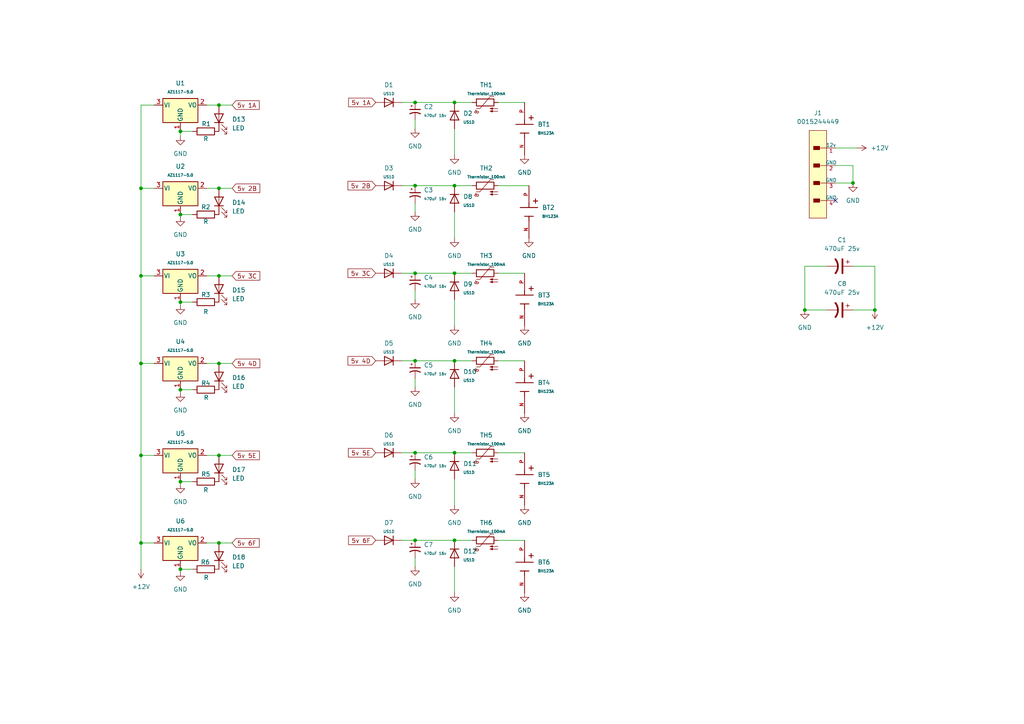
<source format=kicad_sch>
(kicad_sch (version 20211123) (generator eeschema)
  (paper "A4")
  (lib_symbols
    (symbol "Bateria:BH123A" (pin_names (offset 1.016) hide)
      (property "Reference" "BT" (at -3.81 3.81 0))
      (property "Value" "BH123A" (at -3.81 -5.08 0))
      (symbol "BH123A_0_0"
        (polyline (pts (xy -3.81 1.905) (xy -2.54 1.905)) (stroke (width 0.254)))
        (polyline (pts (xy -3.175 2.54) (xy -3.175 1.27)) (stroke (width 0.254)))
        (polyline (pts (xy -1.27 0) (xy -2.54 0)) (stroke (width 0.254)))
        (polyline (pts (xy -1.27 0) (xy -1.27 -2.54)) (stroke (width 0.254)))
        (polyline (pts (xy -1.27 2.54) (xy -1.27 0)) (stroke (width 0.254)))
        (polyline (pts (xy 1.27 0) (xy 1.27 -1.27)) (stroke (width 0.254)))
        (polyline (pts (xy 1.27 0) (xy 2.54 0)) (stroke (width 0.254)))
        (polyline (pts (xy 1.27 1.27) (xy 1.27 0)) (stroke (width 0.254)))
        (pin passive line (at 7.62 0 180) (length 5.08) (name "~") (number "N"))
        (pin passive line (at -7.62 0 0) (length 5.08) (name "~") (number "P"))
      )
    )
    (symbol "Device:C_Polarized_Small_US" (pin_numbers hide) (pin_names (offset 0.254) hide)
      (property "Reference" "C" (at 0.254 1.778 0))
      (property "Value" "C_Polarized_Small_US" (at 0.254 -2.032 0))
      (symbol "C_Polarized_Small_US_0_1"
        (polyline (pts (xy -1.524 0.508) (xy 1.524 0.508)) (stroke (width 0.3048)))
        (polyline (pts (xy -1.27 1.524) (xy -0.762 1.524)))
        (polyline (pts (xy -1.016 1.27) (xy -1.016 1.778)))
        (arc (start 1.524 -0.762) (mid 0 -0.3734) (end -1.524 -0.762) (stroke (width 0.3048)))
      )
      (symbol "C_Polarized_Small_US_1_1"
        (pin passive line (at 0 2.54 270) (length 2.032) (name "~") (number "1"))
        (pin passive line (at 0 -2.54 90) (length 2.032) (name "~") (number "2"))
      )
    )
    (symbol "Device:C_Polarized_US" (pin_numbers hide) (pin_names (offset 0.254) hide)
      (property "Reference" "C" (at 0.635 2.54 0))
      (property "Value" "C_Polarized_US" (at 0.635 -2.54 0))
      (symbol "C_Polarized_US_0_1"
        (polyline (pts (xy -2.032 0.762) (xy 2.032 0.762)) (stroke (width 0.508)))
        (polyline (pts (xy -1.778 2.286) (xy -0.762 2.286)))
        (polyline (pts (xy -1.27 1.778) (xy -1.27 2.794)))
        (arc (start 2.032 -1.27) (mid 0 -0.5572) (end -2.032 -1.27) (stroke (width 0.508)))
      )
      (symbol "C_Polarized_US_1_1"
        (pin passive line (at 0 3.81 270) (length 2.794) (name "~") (number "1"))
        (pin passive line (at 0 -3.81 90) (length 3.302) (name "~") (number "2"))
      )
    )
    (symbol "Device:LED" (pin_numbers hide) (pin_names (offset 1.016) hide)
      (property "Reference" "D" (at 0 2.54 0))
      (property "Value" "LED" (at 0 -2.54 0))
      (symbol "LED_0_1"
        (polyline (pts (xy -1.27 -1.27) (xy -1.27 1.27)) (stroke (width 0.254)))
        (polyline (pts (xy -1.27 0) (xy 1.27 0)))
        (polyline (pts (xy 1.27 -1.27) (xy 1.27 1.27) (xy -1.27 0) (xy 1.27 -1.27)) (stroke (width 0.254)))
        (polyline (pts (xy -3.048 -0.762) (xy -4.572 -2.286) (xy -3.81 -2.286) (xy -4.572 -2.286) (xy -4.572 -1.524)))
        (polyline (pts (xy -1.778 -0.762) (xy -3.302 -2.286) (xy -2.54 -2.286) (xy -3.302 -2.286) (xy -3.302 -1.524)))
      )
      (symbol "LED_1_1"
        (pin passive line (at -3.81 0 0) (length 2.54) (name "K") (number "1"))
        (pin passive line (at 3.81 0 180) (length 2.54) (name "A") (number "2"))
      )
    )
    (symbol "Device:R" (pin_numbers hide) (pin_names (offset 0))
      (property "Reference" "R" (at 2.032 0 90))
      (property "Value" "R" (at 0 0 90))
      (symbol "R_0_1"
        (rectangle (start -1.016 -2.54) (end 1.016 2.54) (stroke (width 0.254)))
      )
      (symbol "R_1_1"
        (pin passive line (at 0 3.81 270) (length 1.27) (name "~") (number "1"))
        (pin passive line (at 0 -3.81 90) (length 1.27) (name "~") (number "2"))
      )
    )
    (symbol "Device:Thermistor_PTC" (pin_numbers hide) (pin_names (offset 0))
      (property "Reference" "TH" (at -4.064 0 90))
      (property "Value" "Thermistor_PTC" (at 3.048 0 90))
      (symbol "Thermistor_PTC_0_1"
        (arc (start -3.048 2.159) (mid -3.0505 2.3165) (end -3.175 2.413))
        (arc (start -3.048 2.159) (mid -2.9736 1.9794) (end -2.794 1.905))
        (arc (start -3.048 2.794) (mid -2.9736 2.6144) (end -2.794 2.54))
        (arc (start -2.794 1.905) (mid -2.6144 1.9794) (end -2.54 2.159))
        (arc (start -2.794 2.54) (mid -2.434 2.5608) (end -2.159 2.794))
        (arc (start -2.794 3.048) (mid -2.9736 2.9736) (end -3.048 2.794))
        (arc (start -2.54 2.794) (mid -2.6144 2.9736) (end -2.794 3.048))
        (rectangle (start -1.016 2.54) (end 1.016 -2.54) (stroke (width 0.254)))
        (polyline (pts (xy -2.54 2.159) (xy -2.54 2.794)))
        (polyline (pts (xy -1.778 2.54) (xy -1.778 1.524) (xy 1.778 -1.524) (xy 1.778 -2.54)))
        (polyline (pts (xy -2.54 -3.683) (xy -2.54 -1.397) (xy -2.794 -2.159) (xy -2.286 -2.159) (xy -2.54 -1.397) (xy -2.54 -1.651)) (fill (type outline)))
        (polyline (pts (xy -1.778 -3.683) (xy -1.778 -1.397) (xy -2.032 -2.159) (xy -1.524 -2.159) (xy -1.778 -1.397) (xy -1.778 -1.651)) (fill (type outline)))
      )
      (symbol "Thermistor_PTC_1_1"
        (pin passive line (at 0 3.81 270) (length 1.27) (name "~") (number "1"))
        (pin passive line (at 0 -3.81 90) (length 1.27) (name "~") (number "2"))
      )
    )
    (symbol "Diode:US1D" (pin_numbers hide) (pin_names (offset 1.016) hide)
      (property "Reference" "D" (at 0 2.54 0))
      (property "Value" "US1D" (at 0 -2.54 0))
      (symbol "US1D_0_1"
        (polyline (pts (xy -1.27 1.27) (xy -1.27 -1.27)) (stroke (width 0.254)))
        (polyline (pts (xy 1.27 0) (xy -1.27 0)))
        (polyline (pts (xy 1.27 1.27) (xy 1.27 -1.27) (xy -1.27 0) (xy 1.27 1.27)) (stroke (width 0.254)))
      )
      (symbol "US1D_1_1"
        (pin passive line (at -3.81 0 0) (length 2.54) (name "K") (number "1"))
        (pin passive line (at 3.81 0 180) (length 2.54) (name "A") (number "2"))
      )
    )
    (symbol "Molex:0015244449" (pin_names (offset 0))
      (property "Reference" "J" (at 0 7.62 0))
      (property "Value" "0015244449" (at 0 10.16 0))
      (symbol "0015244449_1_1"
        (rectangle (start -7.62 5.08) (end -2.54 -20.32) (fill (type background)))
        (rectangle (start -6.35 -14.732) (end -4.572 -15.748) (fill (type outline)))
        (rectangle (start -6.35 -9.652) (end -4.572 -10.668) (fill (type outline)))
        (rectangle (start -6.35 -4.572) (end -4.572 -5.588) (fill (type outline)))
        (rectangle (start -6.35 0.508) (end -4.572 -0.508) (fill (type outline)))
        (polyline (pts (xy -4.318 -15.24) (xy -2.54 -15.24)))
        (polyline (pts (xy -4.318 -10.16) (xy -2.54 -10.16)))
        (polyline (pts (xy -4.318 -5.08) (xy -2.54 -5.08)))
        (polyline (pts (xy -4.318 0) (xy -2.54 0)))
        (pin bidirectional line (at 0 0 180) (length 2.54) (name "12v") (number "1"))
        (pin bidirectional line (at 0 -5.08 180) (length 2.54) (name "GND") (number "2"))
        (pin bidirectional line (at 0 -10.16 180) (length 2.54) (name "GND") (number "3"))
        (pin bidirectional line (at 0 -15.24 180) (length 2.54) (name "GND") (number "4"))
      )
    )
    (symbol "Regulator_Linear:AZ1117-5.0" (pin_names (offset 0.254))
      (property "Reference" "U" (at -3.81 3.175 0))
      (property "Value" "AZ1117-5.0" (at 0 3.175 0))
      (symbol "AZ1117-5.0_0_1"
        (rectangle (start -5.08 1.905) (end 5.08 -5.08) (stroke (width 0.254)) (fill (type background)))
      )
      (symbol "AZ1117-5.0_1_1"
        (pin power_in line (at 0 -7.62 90) (length 2.54) (name "GND") (number "1"))
        (pin power_out line (at 7.62 0 180) (length 2.54) (name "VO") (number "2"))
        (pin power_in line (at -7.62 0 0) (length 2.54) (name "VI") (number "3"))
      )
    )
    (symbol "power:+12V" (power) (pin_names (offset 0))
      (property "Value" "+12V" (at 0 3.556 0))
      (symbol "+12V_0_1"
        (polyline (pts (xy -0.762 1.27) (xy 0 2.54)))
        (polyline (pts (xy 0 0) (xy 0 2.54)))
        (polyline (pts (xy 0 2.54) (xy 0.762 1.27)))
      )
      (symbol "+12V_1_1"
        (pin power_in line (at 0 0 90) (length 0) hide (name "+12V") (number "1"))
      )
    )
    (symbol "power:GND" (power) (pin_names (offset 0))
      (property "Value" "GND" (at 0 -3.81 0))
      (symbol "GND_0_1"
        (polyline (pts (xy 0 0) (xy 0 -1.27) (xy 1.27 -1.27) (xy 0 -2.54) (xy -1.27 -1.27) (xy 0 -1.27)))
      )
      (symbol "GND_1_1"
        (pin power_in line (at 0 0 270) (length 0) hide (name "GND") (number "1"))
      )
    )
  )
  (junction (at 131.826 156.718))
  (junction (at 131.826 29.718))
  (junction (at 253.746 89.916))
  (junction (at 120.396 29.718))
  (junction (at 52.324 38.1))
  (junction (at 52.324 87.63))
  (junction (at 131.826 131.318))
  (junction (at 40.894 80.01))
  (junction (at 63.5 54.61))
  (junction (at 120.396 104.648))
  (junction (at 52.324 113.03))
  (junction (at 120.396 79.248))
  (junction (at 63.5 132.08))
  (junction (at 131.826 79.248))
  (junction (at 63.5 157.48))
  (junction (at 63.5 30.48))
  (junction (at 40.894 54.61))
  (junction (at 52.324 165.1))
  (junction (at 63.5 105.41))
  (junction (at 131.826 53.848))
  (junction (at 233.426 89.916))
  (junction (at 120.396 156.718))
  (junction (at 131.826 104.648))
  (junction (at 247.396 53.086))
  (junction (at 120.396 53.848))
  (junction (at 40.894 105.41))
  (junction (at 40.894 132.08))
  (junction (at 52.324 139.7))
  (junction (at 63.5 80.01))
  (junction (at 120.396 131.318))
  (junction (at 40.894 157.48))
  (junction (at 52.324 62.23))
  (no_connect (at 242.316 58.166))
  (wire (pts (xy 242.316 53.086) (xy 247.396 53.086)))
  (wire (pts (xy 120.396 29.718) (xy 131.826 29.718)))
  (wire (pts (xy 247.396 48.006) (xy 247.396 53.086)))
  (wire (pts (xy 55.88 139.7) (xy 52.324 139.7)))
  (wire (pts (xy 120.396 136.398) (xy 120.396 138.938)))
  (wire (pts (xy 40.894 30.48) (xy 44.704 30.48)))
  (wire (pts (xy 242.316 42.926) (xy 248.666 42.926)))
  (wire (pts (xy 63.5 157.48) (xy 59.944 157.48)))
  (wire (pts (xy 52.324 87.63) (xy 55.88 87.63)))
  (wire (pts (xy 40.894 105.41) (xy 44.704 105.41)))
  (wire (pts (xy 40.894 54.61) (xy 40.894 30.48)))
  (wire (pts (xy 63.5 105.41) (xy 67.31 105.41)))
  (wire (pts (xy 52.324 165.862) (xy 52.324 165.1)))
  (wire (pts (xy 131.826 44.958) (xy 131.826 37.338)))
  (wire (pts (xy 40.894 80.01) (xy 40.894 54.61)))
  (wire (pts (xy 131.826 156.718) (xy 136.906 156.718)))
  (wire (pts (xy 52.324 38.1) (xy 55.88 38.1)))
  (wire (pts (xy 40.894 54.61) (xy 44.704 54.61)))
  (wire (pts (xy 116.586 104.648) (xy 120.396 104.648)))
  (wire (pts (xy 116.586 156.718) (xy 120.396 156.718)))
  (wire (pts (xy 131.826 104.648) (xy 136.906 104.648)))
  (wire (pts (xy 120.396 34.798) (xy 120.396 37.338)))
  (wire (pts (xy 239.776 77.216) (xy 233.426 77.216)))
  (wire (pts (xy 233.426 89.916) (xy 239.776 89.916)))
  (wire (pts (xy 67.31 54.61) (xy 63.5 54.61)))
  (wire (pts (xy 67.31 80.01) (xy 63.5 80.01)))
  (wire (pts (xy 40.894 157.48) (xy 40.894 165.1)))
  (wire (pts (xy 144.526 104.648) (xy 152.146 104.648)))
  (wire (pts (xy 120.396 156.718) (xy 131.826 156.718)))
  (wire (pts (xy 40.894 132.08) (xy 40.894 105.41)))
  (wire (pts (xy 131.826 94.488) (xy 131.826 86.868)))
  (wire (pts (xy 52.324 39.497) (xy 52.324 38.1)))
  (wire (pts (xy 144.526 156.718) (xy 152.146 156.718)))
  (wire (pts (xy 247.396 89.916) (xy 253.746 89.916)))
  (wire (pts (xy 131.826 79.248) (xy 136.906 79.248)))
  (wire (pts (xy 144.526 29.718) (xy 152.146 29.718)))
  (wire (pts (xy 52.324 139.7) (xy 52.324 140.462)))
  (wire (pts (xy 67.31 30.48) (xy 63.5 30.48)))
  (wire (pts (xy 67.31 157.48) (xy 63.5 157.48)))
  (wire (pts (xy 253.746 89.916) (xy 253.746 77.216)))
  (wire (pts (xy 131.826 69.088) (xy 131.826 61.468)))
  (wire (pts (xy 116.586 131.318) (xy 120.396 131.318)))
  (wire (pts (xy 63.5 54.61) (xy 59.944 54.61)))
  (wire (pts (xy 120.396 79.248) (xy 131.826 79.248)))
  (wire (pts (xy 233.426 77.216) (xy 233.426 89.916)))
  (wire (pts (xy 120.396 53.848) (xy 131.826 53.848)))
  (wire (pts (xy 131.826 119.888) (xy 131.826 112.268)))
  (wire (pts (xy 120.396 84.328) (xy 120.396 86.868)))
  (wire (pts (xy 63.5 132.08) (xy 67.31 132.08)))
  (wire (pts (xy 131.826 171.958) (xy 131.826 164.338)))
  (wire (pts (xy 52.324 62.23) (xy 52.324 62.992)))
  (wire (pts (xy 52.324 165.1) (xy 55.88 165.1)))
  (wire (pts (xy 144.526 79.248) (xy 152.146 79.248)))
  (wire (pts (xy 247.396 77.216) (xy 253.746 77.216)))
  (wire (pts (xy 131.826 53.848) (xy 136.906 53.848)))
  (wire (pts (xy 63.5 30.48) (xy 59.944 30.48)))
  (wire (pts (xy 131.826 131.318) (xy 136.906 131.318)))
  (wire (pts (xy 63.5 105.41) (xy 59.944 105.41)))
  (wire (pts (xy 40.894 132.08) (xy 44.704 132.08)))
  (wire (pts (xy 116.586 29.718) (xy 120.396 29.718)))
  (wire (pts (xy 144.526 53.848) (xy 153.416 53.848)))
  (wire (pts (xy 120.396 104.648) (xy 131.826 104.648)))
  (wire (pts (xy 52.324 113.03) (xy 55.88 113.03)))
  (wire (pts (xy 63.5 132.08) (xy 59.944 132.08)))
  (wire (pts (xy 63.5 80.01) (xy 59.944 80.01)))
  (wire (pts (xy 44.704 157.48) (xy 40.894 157.48)))
  (wire (pts (xy 116.586 79.248) (xy 120.396 79.248)))
  (wire (pts (xy 52.324 113.919) (xy 52.324 113.03)))
  (wire (pts (xy 40.894 80.01) (xy 44.704 80.01)))
  (wire (pts (xy 120.396 161.798) (xy 120.396 164.338)))
  (wire (pts (xy 40.894 132.08) (xy 40.894 157.48)))
  (wire (pts (xy 131.826 29.718) (xy 136.906 29.718)))
  (wire (pts (xy 120.396 131.318) (xy 131.826 131.318)))
  (wire (pts (xy 40.894 105.41) (xy 40.894 80.01)))
  (wire (pts (xy 55.88 62.23) (xy 52.324 62.23)))
  (wire (pts (xy 131.826 146.558) (xy 131.826 138.938)))
  (wire (pts (xy 120.396 58.928) (xy 120.396 61.468)))
  (wire (pts (xy 120.396 109.728) (xy 120.396 112.268)))
  (wire (pts (xy 144.526 131.318) (xy 152.146 131.318)))
  (wire (pts (xy 116.586 53.848) (xy 120.396 53.848)))
  (wire (pts (xy 242.316 48.006) (xy 247.396 48.006)))
  (wire (pts (xy 52.324 87.63) (xy 52.324 88.519)))
  (global_label "5v 3C" (shape input) (at 108.966 79.248 180) (property "Intersheet References" "${INTERSHEET_REFS}" (effects hide)))
  (global_label "5v 2B" (shape input) (at 108.966 53.848 180) (property "Intersheet References" "${INTERSHEET_REFS}" (effects hide)))
  (global_label "5v 6F" (shape input) (at 67.31 157.48 0) (property "Intersheet References" "${INTERSHEET_REFS}" (effects hide)))
  (global_label "5v 3C" (shape input) (at 67.31 80.01 0) (property "Intersheet References" "${INTERSHEET_REFS}" (effects hide)))
  (global_label "5v 4D" (shape input) (at 108.966 104.648 180) (property "Intersheet References" "${INTERSHEET_REFS}" (effects hide)))
  (global_label "5v 4D" (shape input) (at 67.31 105.41 0) (property "Intersheet References" "${INTERSHEET_REFS}" (effects hide)))
  (global_label "5v 2B" (shape input) (at 67.31 54.61 0) (property "Intersheet References" "${INTERSHEET_REFS}" (effects hide)))
  (global_label "5v 6F" (shape input) (at 108.966 156.718 180) (property "Intersheet References" "${INTERSHEET_REFS}" (effects hide)))
  (global_label "5v 1A" (shape input) (at 108.966 29.718 180) (property "Intersheet References" "${INTERSHEET_REFS}" (effects hide)))
  (global_label "5v 5E" (shape input) (at 108.966 131.318 180) (property "Intersheet References" "${INTERSHEET_REFS}" (effects hide)))
  (global_label "5v 1A" (shape input) (at 67.31 30.48 0) (property "Intersheet References" "${INTERSHEET_REFS}" (effects hide)))
  (global_label "5v 5E" (shape input) (at 67.31 132.08 0) (property "Intersheet References" "${INTERSHEET_REFS}" (effects hide)))
  (symbol (lib_id "power:GND") (at 120.396 138.938 0) (unit 1)
    (property "Reference" "#PWR0124" (effects hide))
    (property "Value" "GND" (at 120.396 144.018 0))
  )
  (symbol (lib_id "Regulator_Linear:AZ1117-5.0") (at 52.324 132.08 0) (unit 1)
    (property "Reference" "U5" (at 52.324 125.73 0))
    (property "Value" "AZ1117-5.0" (at 52.324 128.27 0) (effects (font (size 0.8 0.8))))
    (property "Footprint" "Package_TO_SOT_SMD:SOT-223-3_TabPin2" (effects hide))
    (property "Datasheet" "https://www.diodes.com/assets/Datasheets/AZ1117.pdf" (effects hide))
  )
  (symbol (lib_id "Device:LED") (at 63.5 34.29 90) (unit 1)
    (property "Reference" "D13" (at 67.31 34.6074 90) (effects (justify right)))
    (property "Value" "LED" (at 67.31 37.1474 90) (effects (justify right)))
    (property "Footprint" "LED_SMD:LED_0603_1608Metric" (effects hide))
  )
  (symbol (lib_id "power:+12V") (at 248.666 42.926 270) (unit 1)
    (property "Reference" "#PWR0131" (effects hide))
    (property "Value" "+12V" (at 252.476 42.9259 90) (effects (justify left)))
  )
  (symbol (lib_id "Device:R") (at 59.69 139.7 90) (unit 1)
    (property "Reference" "R5" (at 59.69 137.541 90))
    (property "Value" "R" (at 59.69 142.113 90))
    (property "Footprint" "Resistor_SMD:R_0603_1608Metric" (effects hide))
  )
  (symbol (lib_id "Bateria:BH123A") (at 152.146 138.938 270) (unit 1)
    (property "Reference" "BT5" (at 155.956 137.6679 90) (effects (justify left)))
    (property "Value" "BH123A" (at 155.956 140.208 90) (effects (font (size 0.8 0.8)) (justify left)))
    (property "Footprint" "bateria:BatteryHolder_cr123a" (effects hide))
    (property "MF" "MPD (Memory" (effects hide))
    (property "Description" "Battery Holder (Open) CR123A 1 Cell PC Pin" (effects hide))
    (property "Availability" "In Stock" (effects hide))
    (property "Package" "None" (effects hide))
    (property "MP" "BH123A" (effects hide))
    (property "Price" "None" (effects hide))
  )
  (symbol (lib_id "power:GND") (at 131.826 119.888 0) (unit 1)
    (property "Reference" "#PWR0129" (effects hide))
    (property "Value" "GND" (at 131.826 124.968 0))
  )
  (symbol (lib_id "power:GND") (at 120.396 112.268 0) (unit 1)
    (property "Reference" "#PWR0127" (effects hide))
    (property "Value" "GND" (at 120.396 117.348 0))
  )
  (symbol (lib_id "Diode:US1D") (at 112.776 29.718 180) (unit 1)
    (property "Reference" "D1" (at 112.776 24.638 0))
    (property "Value" "US1D" (at 112.776 27.178 0) (effects (font (size 0.8 0.8))))
    (property "Footprint" "Diode_SMD:D_SMA" (effects hide))
    (property "Datasheet" "https://www.diodes.com/assets/Datasheets/ds16008.pdf" (effects hide))
  )
  (symbol (lib_id "Device:C_Polarized_Small_US") (at 120.396 81.788 0) (unit 1)
    (property "Reference" "C4" (at 122.936 80.518 0) (effects (justify left)))
    (property "Value" "470uF 16v" (at 122.936 83.058 0) (effects (font (size 0.8 0.8)) (justify left)))
    (property "Footprint" "Capacitor_THT:CP_Radial_D8.0mm_P3.50mm" (effects hide))
  )
  (symbol (lib_id "Device:C_Polarized_Small_US") (at 120.396 32.258 0) (unit 1)
    (property "Reference" "C2" (at 122.936 30.988 0) (effects (justify left)))
    (property "Value" "470uF 16v" (at 122.936 33.528 0) (effects (font (size 0.8 0.8)) (justify left)))
    (property "Footprint" "Capacitor_THT:CP_Radial_D8.0mm_P3.50mm" (effects hide))
  )
  (symbol (lib_id "Device:Thermistor_PTC") (at 140.716 104.648 90) (unit 1)
    (property "Reference" "TH4" (at 141.0335 99.568 90))
    (property "Value" "Thermistor_100mA" (at 141.0335 102.108 90) (effects (font (size 0.8 0.8))))
    (property "Footprint" "Resistor_SMD:R_1210_3225Metric" (effects hide))
  )
  (symbol (lib_id "Diode:US1D") (at 131.826 33.528 270) (unit 1)
    (property "Reference" "D2" (at 134.366 32.8929 90) (effects (justify left)))
    (property "Value" "US1D" (at 134.366 35.433 90) (effects (font (size 0.8 0.8)) (justify left)))
    (property "Footprint" "Diode_SMD:D_SMA" (effects hide))
    (property "Datasheet" "https://www.diodes.com/assets/Datasheets/ds16008.pdf" (effects hide))
  )
  (symbol (lib_id "power:GND") (at 131.826 69.088 0) (unit 1)
    (property "Reference" "#PWR0117" (effects hide))
    (property "Value" "GND" (at 131.826 74.168 0))
  )
  (symbol (lib_id "Device:Thermistor_PTC") (at 140.716 29.718 90) (unit 1)
    (property "Reference" "TH1" (at 141.0335 24.638 90))
    (property "Value" "Thermistor_100mA" (at 141.0335 27.178 90) (effects (font (size 0.8 0.8))))
    (property "Footprint" "Resistor_SMD:R_1210_3225Metric" (effects hide))
  )
  (symbol (lib_id "Device:R") (at 59.69 62.23 90) (unit 1)
    (property "Reference" "R2" (at 59.69 60.071 90))
    (property "Value" "R" (at 59.69 64.262 90))
    (property "Footprint" "Resistor_SMD:R_0603_1608Metric" (effects hide))
  )
  (symbol (lib_id "Diode:US1D") (at 112.776 79.248 180) (unit 1)
    (property "Reference" "D4" (at 112.776 74.168 0))
    (property "Value" "US1D" (at 112.776 76.708 0) (effects (font (size 0.8 0.8))))
    (property "Footprint" "Diode_SMD:D_SMA" (effects hide))
    (property "Datasheet" "https://www.diodes.com/assets/Datasheets/ds16008.pdf" (effects hide))
  )
  (symbol (lib_id "power:GND") (at 52.324 39.497 0) (unit 1)
    (property "Reference" "#PWR0103" (effects hide))
    (property "Value" "GND" (at 52.324 44.577 0))
  )
  (symbol (lib_id "Device:R") (at 59.69 165.1 90) (unit 1)
    (property "Reference" "R6" (at 59.563 163.068 90))
    (property "Value" "R" (at 59.817 167.513 90))
    (property "Footprint" "Resistor_SMD:R_0603_1608Metric" (effects hide))
  )
  (symbol (lib_id "Device:C_Polarized_US") (at 243.586 77.216 270) (unit 1)
    (property "Reference" "C1" (at 244.221 69.596 90))
    (property "Value" "470uF 25v" (at 244.221 72.136 90))
    (property "Footprint" "Capacitor_THT:CP_Radial_D10.0mm_P5.00mm" (effects hide))
  )
  (symbol (lib_id "Regulator_Linear:AZ1117-5.0") (at 52.324 30.48 0) (unit 1)
    (property "Reference" "U1" (at 52.324 24.13 0))
    (property "Value" "AZ1117-5.0" (at 52.324 26.67 0) (effects (font (size 0.8 0.8))))
    (property "Footprint" "Package_TO_SOT_SMD:SOT-223-3_TabPin2" (effects hide))
    (property "Datasheet" "https://www.diodes.com/assets/Datasheets/AZ1117.pdf" (effects hide))
  )
  (symbol (lib_id "power:GND") (at 152.146 119.888 0) (unit 1)
    (property "Reference" "#PWR0128" (effects hide))
    (property "Value" "GND" (at 152.146 124.968 0))
  )
  (symbol (lib_id "Device:Thermistor_PTC") (at 140.716 156.718 90) (unit 1)
    (property "Reference" "TH6" (at 141.0335 151.638 90))
    (property "Value" "Thermistor_100mA" (at 141.0335 154.178 90) (effects (font (size 0.8 0.8))))
    (property "Footprint" "Resistor_SMD:R_1210_3225Metric" (effects hide))
  )
  (symbol (lib_id "Bateria:BH123A") (at 152.146 86.868 270) (unit 1)
    (property "Reference" "BT3" (at 155.956 85.5979 90) (effects (justify left)))
    (property "Value" "BH123A" (at 155.956 88.138 90) (effects (font (size 0.8 0.8)) (justify left)))
    (property "Footprint" "bateria:BatteryHolder_cr123a" (effects hide))
    (property "MF" "MPD (Memory" (effects hide))
    (property "Description" "Battery Holder (Open) CR123A 1 Cell PC Pin" (effects hide))
    (property "Availability" "In Stock" (effects hide))
    (property "Package" "None" (effects hide))
    (property "MP" "BH123A" (effects hide))
    (property "Price" "None" (effects hide))
  )
  (symbol (lib_id "Regulator_Linear:AZ1117-5.0") (at 52.324 105.41 0) (unit 1)
    (property "Reference" "U4" (at 52.324 99.06 0))
    (property "Value" "AZ1117-5.0" (at 52.324 101.6 0) (effects (font (size 0.8 0.8))))
    (property "Footprint" "Package_TO_SOT_SMD:SOT-223-3_TabPin2" (effects hide))
    (property "Datasheet" "https://www.diodes.com/assets/Datasheets/AZ1117.pdf" (effects hide))
  )
  (symbol (lib_id "power:GND") (at 152.146 44.958 0) (unit 1)
    (property "Reference" "#PWR0119" (effects hide))
    (property "Value" "GND" (at 152.146 50.038 0))
  )
  (symbol (lib_id "Device:Thermistor_PTC") (at 140.716 131.318 90) (unit 1)
    (property "Reference" "TH5" (at 141.0335 126.238 90))
    (property "Value" "Thermistor_100mA" (at 141.0335 128.778 90) (effects (font (size 0.8 0.8))))
    (property "Footprint" "Resistor_SMD:R_1210_3225Metric" (effects hide))
  )
  (symbol (lib_id "power:GND") (at 153.416 69.088 0) (unit 1)
    (property "Reference" "#PWR0116" (effects hide))
    (property "Value" "GND" (at 153.416 74.168 0))
  )
  (symbol (lib_id "power:+12V") (at 253.746 89.916 180) (unit 1)
    (property "Reference" "#PWR0130" (effects hide))
    (property "Value" "+12V" (at 253.746 94.996 0))
  )
  (symbol (lib_id "power:GND") (at 120.396 86.868 0) (unit 1)
    (property "Reference" "#PWR0113" (effects hide))
    (property "Value" "GND" (at 120.396 91.948 0))
  )
  (symbol (lib_id "power:GND") (at 52.324 140.462 0) (unit 1)
    (property "Reference" "#PWR0105" (effects hide))
    (property "Value" "GND" (at 52.324 145.542 0))
  )
  (symbol (lib_id "Diode:US1D") (at 112.776 156.718 180) (unit 1)
    (property "Reference" "D7" (at 112.776 151.638 0))
    (property "Value" "US1D" (at 112.776 154.178 0) (effects (font (size 0.8 0.8))))
    (property "Footprint" "Diode_SMD:D_SMA" (effects hide))
    (property "Datasheet" "https://www.diodes.com/assets/Datasheets/ds16008.pdf" (effects hide))
  )
  (symbol (lib_id "Molex:0015244449") (at 242.316 42.926 0) (unit 1)
    (property "Reference" "J1" (at 237.236 32.766 0))
    (property "Value" "0015244449" (at 237.236 35.306 0))
    (property "Footprint" "Connector_Molex:Molex_Mini-Fit_Jr_5569-20A2_2x10_P4.20mm_Horizontal" (effects hide))
    (property "Datasheet" "http://www.molex.com/pdm_docs/sd/015244449_sd.pdf" (effects hide))
    (property "Contact Type" "Male Pin" (effects hide))
    (property "Number of Positions" "4" (effects hide))
    (property "Number of Rows" "1" (effects hide))
    (property "category" "Conn" (effects hide))
    (property "digikey description" "CONN HEADER 4POS .200 VERT" (effects hide))
    (property "digikey part number" "WM9132-ND" (effects hide))
    (property "is connector" "yes" (effects hide))
    (property "is male" "yes" (effects hide))
    (property "lead free" "yes" (effects hide))
    (property "library id" "08d6ea3011c01883" (effects hide))
    (property "manufacturer" "Molex" (effects hide))
    (property "mouser part number" "538-15-24-4449" (effects hide))
    (property "package" "HDR4" (effects hide))
    (property "rohs" "yes" (effects hide))
    (property "temperature range high" "+105°C" (effects hide))
    (property "temperature range low" "-40°C" (effects hide))
    (property "voltage" "250VAC" (effects hide))
  )
  (symbol (lib_id "Diode:US1D") (at 131.826 135.128 270) (unit 1)
    (property "Reference" "D11" (at 134.366 134.4929 90) (effects (justify left)))
    (property "Value" "US1D" (at 134.366 137.033 90) (effects (font (size 0.8 0.8)) (justify left)))
    (property "Footprint" "Diode_SMD:D_SMA" (effects hide))
    (property "Datasheet" "https://www.diodes.com/assets/Datasheets/ds16008.pdf" (effects hide))
  )
  (symbol (lib_id "Device:LED") (at 63.5 109.22 90) (unit 1)
    (property "Reference" "D16" (at 67.31 109.5374 90) (effects (justify right)))
    (property "Value" "LED" (at 67.31 112.0774 90) (effects (justify right)))
    (property "Footprint" "LED_SMD:LED_0603_1608Metric" (effects hide))
  )
  (symbol (lib_id "power:GND") (at 152.146 146.558 0) (unit 1)
    (property "Reference" "#PWR0125" (effects hide))
    (property "Value" "GND" (at 152.146 151.638 0))
  )
  (symbol (lib_id "power:GND") (at 120.396 164.338 0) (unit 1)
    (property "Reference" "#PWR0123" (effects hide))
    (property "Value" "GND" (at 120.396 169.418 0))
  )
  (symbol (lib_id "Device:LED") (at 63.5 135.89 90) (unit 1)
    (property "Reference" "D17" (at 67.31 136.2074 90) (effects (justify right)))
    (property "Value" "LED" (at 67.31 138.7474 90) (effects (justify right)))
    (property "Footprint" "LED_SMD:LED_0603_1608Metric" (effects hide))
  )
  (symbol (lib_id "power:GND") (at 131.826 146.558 0) (unit 1)
    (property "Reference" "#PWR0121" (effects hide))
    (property "Value" "GND" (at 131.826 151.638 0))
  )
  (symbol (lib_id "Diode:US1D") (at 112.776 104.648 180) (unit 1)
    (property "Reference" "D5" (at 112.776 99.568 0))
    (property "Value" "US1D" (at 112.776 102.108 0) (effects (font (size 0.8 0.8))))
    (property "Footprint" "Diode_SMD:D_SMA" (effects hide))
    (property "Datasheet" "https://www.diodes.com/assets/Datasheets/ds16008.pdf" (effects hide))
  )
  (symbol (lib_id "Regulator_Linear:AZ1117-5.0") (at 52.324 80.01 0) (unit 1)
    (property "Reference" "U3" (at 52.324 73.66 0))
    (property "Value" "AZ1117-5.0" (at 52.324 76.2 0) (effects (font (size 0.8 0.8))))
    (property "Footprint" "Package_TO_SOT_SMD:SOT-223-3_TabPin2" (effects hide))
    (property "Datasheet" "https://www.diodes.com/assets/Datasheets/AZ1117.pdf" (effects hide))
  )
  (symbol (lib_id "Device:R") (at 59.69 38.1 90) (unit 1)
    (property "Reference" "R1" (at 59.817 35.941 90))
    (property "Value" "R" (at 59.69 40.259 90))
    (property "Footprint" "Resistor_SMD:R_0603_1608Metric" (effects hide))
  )
  (symbol (lib_id "power:GND") (at 247.396 53.086 0) (unit 1)
    (property "Reference" "#PWR0108" (effects hide))
    (property "Value" "GND" (at 247.396 58.166 0))
  )
  (symbol (lib_id "power:GND") (at 120.396 61.468 0) (unit 1)
    (property "Reference" "#PWR0112" (effects hide))
    (property "Value" "GND" (at 120.396 66.548 0))
  )
  (symbol (lib_id "Diode:US1D") (at 131.826 108.458 270) (unit 1)
    (property "Reference" "D10" (at 134.366 107.8229 90) (effects (justify left)))
    (property "Value" "US1D" (at 134.366 110.363 90) (effects (font (size 0.8 0.8)) (justify left)))
    (property "Footprint" "Diode_SMD:D_SMA" (effects hide))
    (property "Datasheet" "https://www.diodes.com/assets/Datasheets/ds16008.pdf" (effects hide))
  )
  (symbol (lib_id "Device:C_Polarized_Small_US") (at 120.396 159.258 0) (unit 1)
    (property "Reference" "C7" (at 122.936 157.988 0) (effects (justify left)))
    (property "Value" "470uF 16v" (at 122.936 160.528 0) (effects (font (size 0.8 0.8)) (justify left)))
    (property "Footprint" "Capacitor_THT:CP_Radial_D8.0mm_P3.50mm" (effects hide))
  )
  (symbol (lib_id "power:GND") (at 131.826 171.958 0) (unit 1)
    (property "Reference" "#PWR0122" (effects hide))
    (property "Value" "GND" (at 131.826 177.038 0))
  )
  (symbol (lib_id "Device:LED") (at 63.5 58.42 90) (unit 1)
    (property "Reference" "D14" (at 67.31 58.7374 90) (effects (justify right)))
    (property "Value" "LED" (at 67.31 61.2774 90) (effects (justify right)))
    (property "Footprint" "LED_SMD:LED_0603_1608Metric" (effects hide))
  )
  (symbol (lib_id "Bateria:BH123A") (at 153.416 61.468 270) (unit 1)
    (property "Reference" "BT2" (at 157.226 60.1979 90) (effects (justify left)))
    (property "Value" "BH123A" (at 157.226 62.738 90) (effects (font (size 0.8 0.8)) (justify left)))
    (property "Footprint" "bateria:BatteryHolder_cr123a" (effects hide))
    (property "MF" "MPD (Memory" (effects hide))
    (property "Description" "Battery Holder (Open) CR123A 1 Cell PC Pin" (effects hide))
    (property "Availability" "In Stock" (effects hide))
    (property "Package" "None" (effects hide))
    (property "MP" "BH123A" (effects hide))
    (property "Price" "None" (effects hide))
  )
  (symbol (lib_id "power:GND") (at 52.324 165.862 0) (unit 1)
    (property "Reference" "#PWR0106" (effects hide))
    (property "Value" "GND" (at 52.324 170.942 0))
  )
  (symbol (lib_id "power:GND") (at 233.426 89.916 0) (unit 1)
    (property "Reference" "#PWR0107" (effects hide))
    (property "Value" "GND" (at 233.426 94.996 0))
  )
  (symbol (lib_id "power:GND") (at 52.324 62.992 0) (unit 1)
    (property "Reference" "#PWR0101" (effects hide))
    (property "Value" "GND" (at 52.324 68.072 0))
  )
  (symbol (lib_id "Device:C_Polarized_US") (at 243.586 89.916 270) (unit 1)
    (property "Reference" "C8" (at 244.221 82.296 90))
    (property "Value" "470uF 25v" (at 244.221 84.836 90))
    (property "Footprint" "Capacitor_THT:CP_Radial_D10.0mm_P5.00mm" (effects hide))
  )
  (symbol (lib_id "power:+12V") (at 40.894 165.1 180) (unit 1)
    (property "Reference" "#PWR0109" (effects hide))
    (property "Value" "+12V" (at 40.894 170.18 0))
  )
  (symbol (lib_id "Diode:US1D") (at 131.826 57.658 270) (unit 1)
    (property "Reference" "D8" (at 134.366 57.0229 90) (effects (justify left)))
    (property "Value" "US1D" (at 134.366 59.563 90) (effects (font (size 0.8 0.8)) (justify left)))
    (property "Footprint" "Diode_SMD:D_SMA" (effects hide))
    (property "Datasheet" "https://www.diodes.com/assets/Datasheets/ds16008.pdf" (effects hide))
  )
  (symbol (lib_id "Device:Thermistor_PTC") (at 140.716 53.848 90) (unit 1)
    (property "Reference" "TH2" (at 141.0335 48.768 90))
    (property "Value" "Thermistor_100mA" (at 141.0335 51.308 90) (effects (font (size 0.8 0.8))))
    (property "Footprint" "Resistor_SMD:R_1210_3225Metric" (effects hide))
  )
  (symbol (lib_id "power:GND") (at 152.146 171.958 0) (unit 1)
    (property "Reference" "#PWR0126" (effects hide))
    (property "Value" "GND" (at 152.146 177.038 0))
  )
  (symbol (lib_id "power:GND") (at 152.146 94.488 0) (unit 1)
    (property "Reference" "#PWR0115" (effects hide))
    (property "Value" "GND" (at 152.146 99.568 0))
  )
  (symbol (lib_id "Regulator_Linear:AZ1117-5.0") (at 52.324 157.48 0) (unit 1)
    (property "Reference" "U6" (at 52.324 151.13 0))
    (property "Value" "AZ1117-5.0" (at 52.324 153.67 0) (effects (font (size 0.8 0.8))))
    (property "Footprint" "Package_TO_SOT_SMD:SOT-223-3_TabPin2" (effects hide))
    (property "Datasheet" "https://www.diodes.com/assets/Datasheets/AZ1117.pdf" (effects hide))
  )
  (symbol (lib_id "Device:C_Polarized_Small_US") (at 120.396 133.858 0) (unit 1)
    (property "Reference" "C6" (at 122.936 132.588 0) (effects (justify left)))
    (property "Value" "470uF 16v" (at 122.936 135.128 0) (effects (font (size 0.8 0.8)) (justify left)))
    (property "Footprint" "Capacitor_THT:CP_Radial_D8.0mm_P3.50mm" (effects hide))
  )
  (symbol (lib_id "Device:R") (at 59.69 113.03 90) (unit 1)
    (property "Reference" "R4" (at 59.69 111.125 90))
    (property "Value" "R" (at 59.817 115.316 90))
    (property "Footprint" "Resistor_SMD:R_0603_1608Metric" (effects hide))
  )
  (symbol (lib_id "Device:LED") (at 63.5 83.82 90) (unit 1)
    (property "Reference" "D15" (at 67.31 84.1374 90) (effects (justify right)))
    (property "Value" "LED" (at 67.31 86.6774 90) (effects (justify right)))
    (property "Footprint" "LED_SMD:LED_0603_1608Metric" (effects hide))
  )
  (symbol (lib_id "Diode:US1D") (at 131.826 83.058 270) (unit 1)
    (property "Reference" "D9" (at 134.366 82.4229 90) (effects (justify left)))
    (property "Value" "US1D" (at 134.366 84.963 90) (effects (font (size 0.8 0.8)) (justify left)))
    (property "Footprint" "Diode_SMD:D_SMA" (effects hide))
    (property "Datasheet" "https://www.diodes.com/assets/Datasheets/ds16008.pdf" (effects hide))
  )
  (symbol (lib_id "Diode:US1D") (at 112.776 131.318 180) (unit 1)
    (property "Reference" "D6" (at 112.776 126.238 0))
    (property "Value" "US1D" (at 112.776 128.778 0) (effects (font (size 0.8 0.8))))
    (property "Footprint" "Diode_SMD:D_SMA" (effects hide))
    (property "Datasheet" "https://www.diodes.com/assets/Datasheets/ds16008.pdf" (effects hide))
  )
  (symbol (lib_id "Regulator_Linear:AZ1117-5.0") (at 52.324 54.61 0) (unit 1)
    (property "Reference" "U2" (at 52.324 48.26 0))
    (property "Value" "AZ1117-5.0" (at 52.324 50.8 0) (effects (font (size 0.8 0.8))))
    (property "Footprint" "Package_TO_SOT_SMD:SOT-223-3_TabPin2" (effects hide))
    (property "Datasheet" "https://www.diodes.com/assets/Datasheets/AZ1117.pdf" (effects hide))
  )
  (symbol (lib_id "Device:R") (at 59.69 87.63 90) (unit 1)
    (property "Reference" "R3" (at 59.69 85.471 90))
    (property "Value" "R" (at 59.69 90.424 90))
    (property "Footprint" "Resistor_SMD:R_0603_1608Metric" (effects hide))
  )
  (symbol (lib_id "power:GND") (at 131.826 94.488 0) (unit 1)
    (property "Reference" "#PWR0114" (effects hide))
    (property "Value" "GND" (at 131.826 99.568 0))
  )
  (symbol (lib_id "Bateria:BH123A") (at 152.146 164.338 270) (unit 1)
    (property "Reference" "BT6" (at 155.956 163.0679 90) (effects (justify left)))
    (property "Value" "BH123A" (at 155.956 165.608 90) (effects (font (size 0.8 0.8)) (justify left)))
    (property "Footprint" "bateria:BatteryHolder_cr123a" (effects hide))
    (property "MF" "MPD (Memory" (effects hide))
    (property "Description" "Battery Holder (Open) CR123A 1 Cell PC Pin" (effects hide))
    (property "Availability" "In Stock" (effects hide))
    (property "Package" "None" (effects hide))
    (property "MP" "BH123A" (effects hide))
    (property "Price" "None" (effects hide))
  )
  (symbol (lib_id "Device:Thermistor_PTC") (at 140.716 79.248 90) (unit 1)
    (property "Reference" "TH3" (at 141.0335 74.168 90))
    (property "Value" "Thermistor_100mA" (at 141.0335 76.708 90) (effects (font (size 0.8 0.8))))
    (property "Footprint" "Resistor_SMD:R_1210_3225Metric" (effects hide))
  )
  (symbol (lib_id "power:GND") (at 52.324 113.919 0) (unit 1)
    (property "Reference" "#PWR0104" (effects hide))
    (property "Value" "GND" (at 52.324 118.999 0))
  )
  (symbol (lib_id "Bateria:BH123A") (at 152.146 37.338 270) (unit 1)
    (property "Reference" "BT1" (at 155.956 36.0679 90) (effects (justify left)))
    (property "Value" "BH123A" (at 155.956 38.608 90) (effects (font (size 0.8 0.8)) (justify left)))
    (property "Footprint" "bateria:BatteryHolder_cr123a" (effects hide))
    (property "MF" "MPD (Memory" (effects hide))
    (property "Description" "Battery Holder (Open) CR123A 1 Cell PC Pin" (effects hide))
    (property "Availability" "In Stock" (effects hide))
    (property "Package" "None" (effects hide))
    (property "MP" "BH123A" (effects hide))
    (property "Price" "None" (effects hide))
  )
  (symbol (lib_id "Diode:US1D") (at 131.826 160.528 270) (unit 1)
    (property "Reference" "D12" (at 134.366 159.8929 90) (effects (justify left)))
    (property "Value" "US1D" (at 134.366 162.433 90) (effects (font (size 0.8 0.8)) (justify left)))
    (property "Footprint" "Diode_SMD:D_SMA" (effects hide))
    (property "Datasheet" "https://www.diodes.com/assets/Datasheets/ds16008.pdf" (effects hide))
  )
  (symbol (lib_id "Device:C_Polarized_Small_US") (at 120.396 56.388 0) (unit 1)
    (property "Reference" "C3" (at 122.936 55.118 0) (effects (justify left)))
    (property "Value" "470uF 16v" (at 122.936 57.658 0) (effects (font (size 0.8 0.8)) (justify left)))
    (property "Footprint" "Capacitor_THT:CP_Radial_D8.0mm_P3.50mm" (effects hide))
  )
  (symbol (lib_id "Device:C_Polarized_Small_US") (at 120.396 107.188 0) (unit 1)
    (property "Reference" "C5" (at 122.936 105.918 0) (effects (justify left)))
    (property "Value" "470uF 16v" (at 122.936 108.458 0) (effects (font (size 0.8 0.8)) (justify left)))
    (property "Footprint" "Capacitor_THT:CP_Radial_D8.0mm_P3.50mm" (effects hide))
  )
  (symbol (lib_id "Device:LED") (at 63.5 161.29 90) (unit 1)
    (property "Reference" "D18" (at 67.31 161.6074 90) (effects (justify right)))
    (property "Value" "LED" (at 67.31 164.1474 90) (effects (justify right)))
    (property "Footprint" "LED_SMD:LED_0603_1608Metric" (effects hide))
  )
  (symbol (lib_id "Bateria:BH123A") (at 152.146 112.268 270) (unit 1)
    (property "Reference" "BT4" (at 155.956 110.9979 90) (effects (justify left)))
    (property "Value" "BH123A" (at 155.956 113.538 90) (effects (font (size 0.8 0.8)) (justify left)))
    (property "Footprint" "bateria:BatteryHolder_cr123a" (effects hide))
    (property "MF" "MPD (Memory" (effects hide))
    (property "Description" "Battery Holder (Open) CR123A 1 Cell PC Pin" (effects hide))
    (property "Availability" "In Stock" (effects hide))
    (property "Package" "None" (effects hide))
    (property "MP" "BH123A" (effects hide))
    (property "Price" "None" (effects hide))
  )
  (symbol (lib_id "power:GND") (at 131.826 44.958 0) (unit 1)
    (property "Reference" "#PWR0118" (effects hide))
    (property "Value" "GND" (at 131.826 50.038 0))
  )
  (symbol (lib_id "Diode:US1D") (at 112.776 53.848 180) (unit 1)
    (property "Reference" "D3" (at 112.776 48.768 0))
    (property "Value" "US1D" (at 112.776 51.308 0) (effects (font (size 0.8 0.8))))
    (property "Footprint" "Diode_SMD:D_SMA" (effects hide))
    (property "Datasheet" "https://www.diodes.com/assets/Datasheets/ds16008.pdf" (effects hide))
  )
  (symbol (lib_id "power:GND") (at 52.324 88.519 0) (unit 1)
    (property "Reference" "#PWR0102" (effects hide))
    (property "Value" "GND" (at 52.324 93.599 0))
  )
  (symbol (lib_id "power:GND") (at 120.396 37.338 0) (unit 1)
    (property "Reference" "#PWR0120" (effects hide))
    (property "Value" "GND" (at 120.396 42.418 0))
  )
)
</source>
